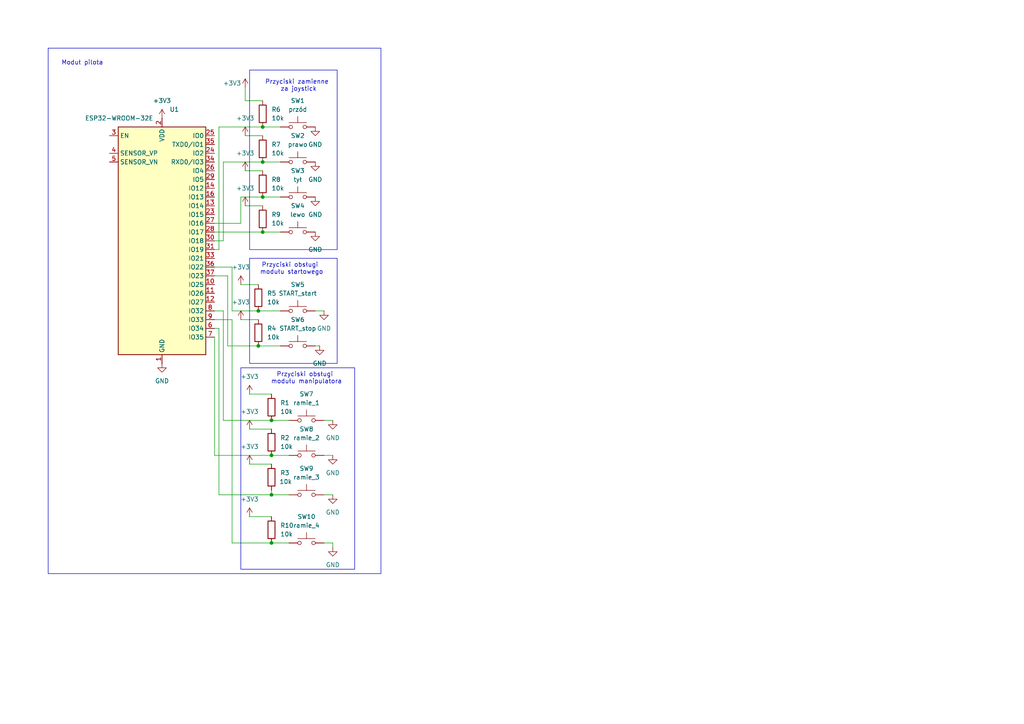
<source format=kicad_sch>
(kicad_sch (version 20231120) (generator "eeschema") (generator_version "8.0")
  (paper "A4")
  (lib_symbols
    (symbol "Device:R" (pin_numbers hide) (pin_names (offset 0))
      (property "Reference" "R" (at 2.032 0 90))
      (property "Value" "R" (at 0 0 90))
      (symbol "R_0_1"
        (rectangle (start -1.016 -2.54) (end 1.016 2.54) (stroke (width 0.254)))
      )
      (symbol "R_1_1"
        (pin passive line (at 0 3.81 270) (length 1.27) (name "~") (number "1"))
        (pin passive line (at 0 -3.81 90) (length 1.27) (name "~") (number "2"))
      )
    )
    (symbol "RF_Module:ESP32-WROOM-32E"
      (property "Reference" "U" (at -12.7 34.29 0))
      (property "Value" "ESP32-WROOM-32E" (at 1.27 34.29 0))
      (symbol "ESP32-WROOM-32E_0_1"
        (rectangle (start -12.7 33.02) (end 12.7 -33.02) (stroke (width 0.254)) (fill (type background)))
      )
      (symbol "ESP32-WROOM-32E_1_1"
        (pin power_in line (at 0 -35.56 90) (length 2.54) (name "GND") (number "1"))
        (pin bidirectional line (at 15.24 -12.7 180) (length 2.54) (name "IO25") (number "10"))
        (pin bidirectional line (at 15.24 -15.24 180) (length 2.54) (name "IO26") (number "11"))
        (pin bidirectional line (at 15.24 -17.78 180) (length 2.54) (name "IO27") (number "12"))
        (pin bidirectional line (at 15.24 10.16 180) (length 2.54) (name "IO14") (number "13"))
        (pin bidirectional line (at 15.24 15.24 180) (length 2.54) (name "IO12") (number "14"))
        (pin passive line (at 0 -35.56 90) (length 2.54) hide (name "GND") (number "15"))
        (pin bidirectional line (at 15.24 12.7 180) (length 2.54) (name "IO13") (number "16"))
        (pin no_connect line (at -12.7 -5.08 0) (length 2.54) hide (name "NC") (number "17"))
        (pin no_connect line (at -12.7 -7.62 0) (length 2.54) hide (name "NC") (number "18"))
        (pin no_connect line (at -12.7 -12.7 0) (length 2.54) hide (name "NC") (number "19"))
        (pin power_in line (at 0 35.56 270) (length 2.54) (name "VDD") (number "2"))
        (pin no_connect line (at -12.7 -10.16 0) (length 2.54) hide (name "NC") (number "20"))
        (pin no_connect line (at -12.7 0 0) (length 2.54) hide (name "NC") (number "21"))
        (pin no_connect line (at -12.7 -2.54 0) (length 2.54) hide (name "NC") (number "22"))
        (pin bidirectional line (at 15.24 7.62 180) (length 2.54) (name "IO15") (number "23"))
        (pin bidirectional line (at 15.24 25.4 180) (length 2.54) (name "IO2") (number "24"))
        (pin bidirectional line (at 15.24 30.48 180) (length 2.54) (name "IO0") (number "25"))
        (pin bidirectional line (at 15.24 20.32 180) (length 2.54) (name "IO4") (number "26"))
        (pin bidirectional line (at 15.24 5.08 180) (length 2.54) (name "IO16") (number "27"))
        (pin bidirectional line (at 15.24 2.54 180) (length 2.54) (name "IO17") (number "28"))
        (pin bidirectional line (at 15.24 17.78 180) (length 2.54) (name "IO5") (number "29"))
        (pin input line (at -15.24 30.48 0) (length 2.54) (name "EN") (number "3"))
        (pin bidirectional line (at 15.24 0 180) (length 2.54) (name "IO18") (number "30"))
        (pin bidirectional line (at 15.24 -2.54 180) (length 2.54) (name "IO19") (number "31"))
        (pin no_connect line (at -12.7 -27.94 0) (length 2.54) hide (name "NC") (number "32"))
        (pin bidirectional line (at 15.24 -5.08 180) (length 2.54) (name "IO21") (number "33"))
        (pin bidirectional line (at 15.24 22.86 180) (length 2.54) (name "RXD0/IO3") (number "34"))
        (pin bidirectional line (at 15.24 27.94 180) (length 2.54) (name "TXD0/IO1") (number "35"))
        (pin bidirectional line (at 15.24 -7.62 180) (length 2.54) (name "IO22") (number "36"))
        (pin bidirectional line (at 15.24 -10.16 180) (length 2.54) (name "IO23") (number "37"))
        (pin passive line (at 0 -35.56 90) (length 2.54) hide (name "GND") (number "38"))
        (pin passive line (at 0 -35.56 90) (length 2.54) hide (name "GND") (number "39"))
        (pin input line (at -15.24 25.4 0) (length 2.54) (name "SENSOR_VP") (number "4"))
        (pin input line (at -15.24 22.86 0) (length 2.54) (name "SENSOR_VN") (number "5"))
        (pin input line (at 15.24 -25.4 180) (length 2.54) (name "IO34") (number "6"))
        (pin input line (at 15.24 -27.94 180) (length 2.54) (name "IO35") (number "7"))
        (pin bidirectional line (at 15.24 -20.32 180) (length 2.54) (name "IO32") (number "8"))
        (pin bidirectional line (at 15.24 -22.86 180) (length 2.54) (name "IO33") (number "9"))
      )
    )
    (symbol "Switch:SW_MEC_5G" (pin_numbers hide) (pin_names (offset 1.016) hide)
      (property "Reference" "SW" (at 1.27 2.54 0))
      (property "Value" "SW_MEC_5G" (at 0 -1.524 0))
      (symbol "SW_MEC_5G_0_1"
        (circle (center -2.032 0) (radius 0.508))
        (polyline (pts (xy 0 1.27) (xy 0 3.048)))
        (polyline (pts (xy 2.54 1.27) (xy -2.54 1.27)))
        (circle (center 2.032 0) (radius 0.508))
        (pin passive line (at -5.08 0 0) (length 2.54) (name "A") (number "1"))
        (pin passive line (at 5.08 0 180) (length 2.54) (name "B") (number "3"))
      )
      (symbol "SW_MEC_5G_1_1"
        (pin passive line (at -5.08 0 0) (length 2.54) hide (name "A") (number "2"))
        (pin passive line (at 5.08 0 180) (length 2.54) hide (name "B") (number "4"))
      )
    )
    (symbol "power:+3V3" (power) (pin_numbers hide) (pin_names (offset 0) hide)
      (property "Value" "+3V3" (at 0 3.556 0))
      (symbol "+3V3_0_1"
        (polyline (pts (xy -0.762 1.27) (xy 0 2.54)))
        (polyline (pts (xy 0 0) (xy 0 2.54)))
        (polyline (pts (xy 0 2.54) (xy 0.762 1.27)))
      )
      (symbol "+3V3_1_1"
        (pin power_in line (at 0 0 90) (length 0) (name "~") (number "1"))
      )
    )
    (symbol "power:GND" (power) (pin_numbers hide) (pin_names (offset 0) hide)
      (property "Value" "GND" (at 0 -3.81 0))
      (symbol "GND_0_1"
        (polyline (pts (xy 0 0) (xy 0 -1.27) (xy 1.27 -1.27) (xy 0 -2.54) (xy -1.27 -1.27) (xy 0 -1.27)))
      )
      (symbol "GND_1_1"
        (pin power_in line (at 0 0 270) (length 0) (name "~") (number "1"))
      )
    )
  )
  (junction (at 78.74 157.48))
  (junction (at 76.2 67.31))
  (junction (at 78.74 121.92))
  (junction (at 76.2 36.83))
  (junction (at 78.74 143.51))
  (junction (at 76.2 57.15))
  (junction (at 74.93 90.17))
  (junction (at 74.93 100.33))
  (junction (at 78.74 132.08))
  (junction (at 76.2 46.99))
  (wire (pts (xy 71.12 59.69) (xy 76.2 59.69)))
  (wire (pts (xy 96.52 158.75) (xy 96.52 157.48)))
  (wire (pts (xy 69.85 92.71) (xy 74.93 92.71)))
  (wire (pts (xy 62.23 92.71) (xy 67.31 92.71)))
  (wire (pts (xy 71.12 49.53) (xy 76.2 49.53)))
  (wire (pts (xy 72.39 124.46) (xy 78.74 124.46)))
  (wire (pts (xy 62.23 80.01) (xy 66.04 80.01)))
  (wire (pts (xy 64.77 46.99) (xy 76.2 46.99)))
  (wire (pts (xy 63.5 95.25) (xy 63.5 143.51)))
  (wire (pts (xy 76.2 57.15) (xy 81.28 57.15)))
  (wire (pts (xy 62.23 77.47) (xy 67.31 77.47)))
  (wire (pts (xy 96.52 132.08) (xy 93.98 132.08)))
  (wire (pts (xy 76.2 46.99) (xy 81.28 46.99)))
  (wire (pts (xy 76.2 67.31) (xy 81.28 67.31)))
  (wire (pts (xy 62.23 132.08) (xy 78.74 132.08)))
  (wire (pts (xy 71.12 39.37) (xy 76.2 39.37)))
  (wire (pts (xy 69.85 82.55) (xy 74.93 82.55)))
  (wire (pts (xy 62.23 97.79) (xy 62.23 132.08)))
  (wire (pts (xy 69.85 57.15) (xy 76.2 57.15)))
  (wire (pts (xy 74.93 90.17) (xy 81.28 90.17)))
  (wire (pts (xy 67.31 92.71) (xy 67.31 157.48)))
  (wire (pts (xy 78.74 142.24) (xy 78.74 143.51)))
  (wire (pts (xy 93.98 143.51) (xy 96.52 143.51)))
  (wire (pts (xy 78.74 157.48) (xy 83.82 157.48)))
  (wire (pts (xy 71.12 29.21) (xy 76.2 29.21)))
  (wire (pts (xy 74.93 100.33) (xy 81.28 100.33)))
  (wire (pts (xy 69.85 64.77) (xy 69.85 57.15)))
  (wire (pts (xy 64.77 121.92) (xy 64.77 90.17)))
  (wire (pts (xy 62.23 67.31) (xy 76.2 67.31)))
  (wire (pts (xy 63.5 143.51) (xy 78.74 143.51)))
  (wire (pts (xy 72.39 134.62) (xy 78.74 134.62)))
  (wire (pts (xy 63.5 72.39) (xy 63.5 36.83)))
  (wire (pts (xy 93.98 90.17) (xy 91.44 90.17)))
  (wire (pts (xy 92.71 100.33) (xy 91.44 100.33)))
  (wire (pts (xy 63.5 36.83) (xy 76.2 36.83)))
  (wire (pts (xy 72.39 149.86) (xy 78.74 149.86)))
  (wire (pts (xy 96.52 157.48) (xy 93.98 157.48)))
  (wire (pts (xy 76.2 36.83) (xy 81.28 36.83)))
  (wire (pts (xy 62.23 72.39) (xy 63.5 72.39)))
  (wire (pts (xy 67.31 90.17) (xy 74.93 90.17)))
  (wire (pts (xy 64.77 90.17) (xy 62.23 90.17)))
  (wire (pts (xy 78.74 143.51) (xy 83.82 143.51)))
  (wire (pts (xy 78.74 132.08) (xy 83.82 132.08)))
  (wire (pts (xy 78.74 121.92) (xy 83.82 121.92)))
  (wire (pts (xy 96.52 121.92) (xy 93.98 121.92)))
  (wire (pts (xy 64.77 69.85) (xy 64.77 46.99)))
  (wire (pts (xy 67.31 157.48) (xy 78.74 157.48)))
  (wire (pts (xy 67.31 77.47) (xy 67.31 90.17)))
  (wire (pts (xy 62.23 95.25) (xy 63.5 95.25)))
  (wire (pts (xy 62.23 69.85) (xy 64.77 69.85)))
  (wire (pts (xy 64.77 121.92) (xy 78.74 121.92)))
  (wire (pts (xy 62.23 64.77) (xy 69.85 64.77)))
  (wire (pts (xy 66.04 100.33) (xy 74.93 100.33)))
  (wire (pts (xy 72.39 114.3) (xy 78.74 114.3)))
  (wire (pts (xy 71.12 25.4) (xy 71.12 29.21)))
  (wire (pts (xy 66.04 80.01) (xy 66.04 100.33)))
  (rectangle (start 13.97 13.97) (end 110.49 166.37))
  (rectangle (start 72.39 20.32) (end 97.79 72.39))
  (rectangle (start 69.85 106.68) (end 102.87 165.1))
  (rectangle (start 72.39 74.93) (end 97.79 105.41))
  (text "Moduł pilota" (at 23.876 18.288 0) (effects (font (size 1.27 1.27))))
  (text "Przyciski zamienne \nza joystick\n" (at 86.614 24.892 0) (effects (font (size 1.27 1.27))))
  (text "Przyciski obsługi \nmodułu startowego\n" (at 84.582 77.978 0) (effects (font (size 1.27 1.27))))
  (text "Przyciski obsługi \nmodułu manipulatora\n" (at 88.9 109.728 0) (effects (font (size 1.27 1.27))))
  (symbol (lib_id "power:GND") (at 91.44 46.99 0) (unit 1)
    (property "Reference" "#PWR010" (effects (hide yes)))
    (property "Value" "GND" (at 91.44 52.07 0))
    (property "Description" "Power symbol creates a global label with name \"GND\" , ground" (effects (hide yes)))
  )
  (symbol (lib_id "Switch:SW_MEC_5G") (at 86.36 67.31 0) (unit 1)
    (property "Reference" "SW4" (at 86.36 59.69 0))
    (property "Value" "lewo" (at 86.36 62.23 0))
    (property "Footprint" "Button_Switch_THT:SW_PUSH_6mm_H5mm" (effects (hide yes)))
    (property "Datasheet" "http://www.apem.com/int/index.php?controller=attachment&id_attachment=488" (effects (hide yes)))
    (property "Description" "MEC 5G single pole normally-open tactile switch" (effects (hide yes)))
  )
  (symbol (lib_id "Switch:SW_MEC_5G") (at 86.36 36.83 0) (unit 1)
    (property "Reference" "SW1" (at 86.36 29.21 0))
    (property "Value" "przód" (at 86.36 31.75 0))
    (property "Footprint" "Button_Switch_THT:SW_PUSH_6mm_H5mm" (effects (hide yes)))
    (property "Datasheet" "http://www.apem.com/int/index.php?controller=attachment&id_attachment=488" (effects (hide yes)))
    (property "Description" "MEC 5G single pole normally-open tactile switch" (effects (hide yes)))
  )
  (symbol (lib_id "Device:R") (at 78.74 153.67 0) (unit 1)
    (property "Reference" "R10" (at 81.28 152.3999 0) (effects (justify left)))
    (property "Value" "10k" (at 81.28 154.9399 0) (effects (justify left)))
    (property "Footprint" "Resistor_THT:R_Axial_DIN0204_L3.6mm_D1.6mm_P7.62mm_Horizontal" (effects (hide yes)))
    (property "Description" "Resistor" (effects (hide yes)))
  )
  (symbol (lib_id "power:+3V3") (at 69.85 92.71 0) (unit 1)
    (property "Reference" "#PWR020" (effects (hide yes)))
    (property "Value" "+3V3" (at 69.85 87.63 0))
    (property "Description" "Power symbol creates a global label with name \"+3V3\"" (effects (hide yes)))
  )
  (symbol (lib_id "power:GND") (at 96.52 143.51 0) (unit 1)
    (property "Reference" "#PWR03" (effects (hide yes)))
    (property "Value" "GND" (at 96.52 148.59 0))
    (property "Description" "Power symbol creates a global label with name \"GND\" , ground" (effects (hide yes)))
  )
  (symbol (lib_id "Device:R") (at 76.2 43.18 0) (unit 1)
    (property "Reference" "R7" (at 78.74 41.9099 0) (effects (justify left)))
    (property "Value" "10k" (at 78.74 44.4499 0) (effects (justify left)))
    (property "Footprint" "Resistor_THT:R_Axial_DIN0204_L3.6mm_D1.6mm_P7.62mm_Horizontal" (effects (hide yes)))
    (property "Description" "Resistor" (effects (hide yes)))
  )
  (symbol (lib_id "Device:R") (at 78.74 118.11 0) (unit 1)
    (property "Reference" "R1" (at 81.28 116.8399 0) (effects (justify left)))
    (property "Value" "10k" (at 81.28 119.3799 0) (effects (justify left)))
    (property "Footprint" "Resistor_THT:R_Axial_DIN0204_L3.6mm_D1.6mm_P7.62mm_Horizontal" (effects (hide yes)))
    (property "Description" "Resistor" (effects (hide yes)))
  )
  (symbol (lib_id "power:+3V3") (at 72.39 114.3 0) (unit 1)
    (property "Reference" "#PWR06" (effects (hide yes)))
    (property "Value" "+3V3" (at 72.39 109.22 0))
    (property "Description" "Power symbol creates a global label with name \"+3V3\"" (effects (hide yes)))
  )
  (symbol (lib_id "power:GND") (at 92.71 100.33 0) (unit 1)
    (property "Reference" "#PWR013" (effects (hide yes)))
    (property "Value" "GND" (at 92.71 105.41 0))
    (property "Description" "Power symbol creates a global label with name \"GND\" , ground" (effects (hide yes)))
  )
  (symbol (lib_id "Switch:SW_MEC_5G") (at 88.9 157.48 0) (unit 1)
    (property "Reference" "SW10" (at 88.9 149.86 0))
    (property "Value" "ramie_4" (at 88.9 152.4 0))
    (property "Footprint" "Button_Switch_THT:SW_PUSH_6mm_H5mm" (effects (hide yes)))
    (property "Datasheet" "http://www.apem.com/int/index.php?controller=attachment&id_attachment=488" (effects (hide yes)))
    (property "Description" "MEC 5G single pole normally-open tactile switch" (effects (hide yes)))
  )
  (symbol (lib_id "RF_Module:ESP32-WROOM-32E") (at 46.99 69.85 0) (unit 1)
    (property "Reference" "U1" (at 49.1841 31.75 0) (effects (justify left)))
    (property "Value" "ESP32-WROOM-32E" (at 24.638 34.29 0) (effects (justify left)))
    (property "Footprint" "RF_Module:ESP32-WROOM-32D" (effects (hide yes)))
    (property "Datasheet" "https://www.espressif.com/sites/default/files/documentation/esp32-wroom-32e_esp32-wroom-32ue_datasheet_en.pdf" (effects (hide yes)))
    (property "Description" "RF Module, ESP32-D0WD-V3 SoC, without PSRAM, Wi-Fi 802.11b/g/n, Bluetooth, BLE, 32-bit, 2.7-3.6V, onboard antenna, SMD" (effects (hide yes)))
  )
  (symbol (lib_id "power:GND") (at 93.98 90.17 0) (unit 1)
    (property "Reference" "#PWR012" (effects (hide yes)))
    (property "Value" "GND" (at 93.98 95.25 0))
    (property "Description" "Power symbol creates a global label with name \"GND\" , ground" (effects (hide yes)))
  )
  (symbol (lib_id "Switch:SW_MEC_5G") (at 86.36 46.99 0) (unit 1)
    (property "Reference" "SW2" (at 86.36 39.37 0))
    (property "Value" "prawo" (at 86.36 41.91 0))
    (property "Footprint" "Button_Switch_THT:SW_PUSH_6mm_H5mm" (effects (hide yes)))
    (property "Datasheet" "http://www.apem.com/int/index.php?controller=attachment&id_attachment=488" (effects (hide yes)))
    (property "Description" "MEC 5G single pole normally-open tactile switch" (effects (hide yes)))
  )
  (symbol (lib_id "Switch:SW_MEC_5G") (at 86.36 57.15 0) (unit 1)
    (property "Reference" "SW3" (at 86.36 49.53 0))
    (property "Value" "tył" (at 86.36 52.07 0))
    (property "Footprint" "Button_Switch_THT:SW_PUSH_6mm_H5mm" (effects (hide yes)))
    (property "Datasheet" "http://www.apem.com/int/index.php?controller=attachment&id_attachment=488" (effects (hide yes)))
    (property "Description" "MEC 5G single pole normally-open tactile switch" (effects (hide yes)))
  )
  (symbol (lib_id "Switch:SW_MEC_5G") (at 86.36 100.33 0) (unit 1)
    (property "Reference" "SW6" (at 86.36 92.71 0))
    (property "Value" "START_stop" (at 86.36 95.25 0))
    (property "Footprint" "Button_Switch_THT:SW_PUSH_6mm_H5mm" (effects (hide yes)))
    (property "Datasheet" "http://www.apem.com/int/index.php?controller=attachment&id_attachment=488" (effects (hide yes)))
    (property "Description" "MEC 5G single pole normally-open tactile switch" (effects (hide yes)))
  )
  (symbol (lib_id "power:+3V3") (at 72.39 134.62 0) (unit 1)
    (property "Reference" "#PWR015" (effects (hide yes)))
    (property "Value" "+3V3" (at 72.39 129.54 0))
    (property "Description" "Power symbol creates a global label with name \"+3V3\"" (effects (hide yes)))
  )
  (symbol (lib_id "Device:R") (at 74.93 86.36 0) (unit 1)
    (property "Reference" "R5" (at 77.47 85.0899 0) (effects (justify left)))
    (property "Value" "10k" (at 77.47 87.6299 0) (effects (justify left)))
    (property "Footprint" "Resistor_THT:R_Axial_DIN0204_L3.6mm_D1.6mm_P7.62mm_Horizontal" (effects (hide yes)))
    (property "Description" "Resistor" (effects (hide yes)))
  )
  (symbol (lib_id "Device:R") (at 74.93 96.52 0) (unit 1)
    (property "Reference" "R4" (at 77.47 95.2499 0) (effects (justify left)))
    (property "Value" "10k" (at 77.47 97.7899 0) (effects (justify left)))
    (property "Footprint" "Resistor_THT:R_Axial_DIN0204_L3.6mm_D1.6mm_P7.62mm_Horizontal" (effects (hide yes)))
    (property "Description" "Resistor" (effects (hide yes)))
  )
  (symbol (lib_id "power:+3V3") (at 71.12 49.53 0) (unit 1)
    (property "Reference" "#PWR018" (effects (hide yes)))
    (property "Value" "+3V3" (at 71.12 44.45 0))
    (property "Description" "Power symbol creates a global label with name \"+3V3\"" (effects (hide yes)))
  )
  (symbol (lib_id "Switch:SW_MEC_5G") (at 88.9 143.51 0) (unit 1)
    (property "Reference" "SW9" (at 88.9 135.89 0))
    (property "Value" "ramie_3" (at 88.9 138.43 0))
    (property "Footprint" "Button_Switch_THT:SW_PUSH_6mm_H5mm" (effects (hide yes)))
    (property "Datasheet" "http://www.apem.com/int/index.php?controller=attachment&id_attachment=488" (effects (hide yes)))
    (property "Description" "MEC 5G single pole normally-open tactile switch" (effects (hide yes)))
  )
  (symbol (lib_id "Device:R") (at 76.2 33.02 0) (unit 1)
    (property "Reference" "R6" (at 78.74 31.7499 0) (effects (justify left)))
    (property "Value" "10k" (at 78.74 34.2899 0) (effects (justify left)))
    (property "Footprint" "Resistor_THT:R_Axial_DIN0204_L3.6mm_D1.6mm_P7.62mm_Horizontal" (effects (hide yes)))
    (property "Description" "Resistor" (effects (hide yes)))
  )
  (symbol (lib_id "power:GND") (at 46.99 105.41 0) (unit 1)
    (property "Reference" "#PWR01" (effects (hide yes)))
    (property "Value" "GND" (at 46.99 110.49 0))
    (property "Description" "Power symbol creates a global label with name \"GND\" , ground" (effects (hide yes)))
  )
  (symbol (lib_id "power:GND") (at 96.52 132.08 0) (unit 1)
    (property "Reference" "#PWR04" (effects (hide yes)))
    (property "Value" "GND" (at 96.52 137.16 0))
    (property "Description" "Power symbol creates a global label with name \"GND\" , ground" (effects (hide yes)))
  )
  (symbol (lib_id "power:+3V3") (at 71.12 25.4 0) (unit 1)
    (property "Reference" "#PWR014" (effects (hide yes)))
    (property "Value" "+3V3" (at 67.31 24.13 0))
    (property "Description" "Power symbol creates a global label with name \"+3V3\"" (effects (hide yes)))
  )
  (symbol (lib_id "Switch:SW_MEC_5G") (at 88.9 132.08 0) (unit 1)
    (property "Reference" "SW8" (at 88.9 124.46 0))
    (property "Value" "ramie_2" (at 88.9 127 0))
    (property "Footprint" "Button_Switch_THT:SW_PUSH_6mm_H5mm" (effects (hide yes)))
    (property "Datasheet" "http://www.apem.com/int/index.php?controller=attachment&id_attachment=488" (effects (hide yes)))
    (property "Description" "MEC 5G single pole normally-open tactile switch" (effects (hide yes)))
  )
  (symbol (lib_id "power:+3V3") (at 72.39 149.86 0) (unit 1)
    (property "Reference" "#PWR021" (effects (hide yes)))
    (property "Value" "+3V3" (at 72.39 144.78 0))
    (property "Description" "Power symbol creates a global label with name \"+3V3\"" (effects (hide yes)))
  )
  (symbol (lib_id "power:+3V3") (at 46.99 34.29 0) (unit 1)
    (property "Reference" "#PWR02" (effects (hide yes)))
    (property "Value" "+3V3" (at 46.99 29.21 0))
    (property "Description" "Power symbol creates a global label with name \"+3V3\"" (effects (hide yes)))
  )
  (symbol (lib_id "Switch:SW_MEC_5G") (at 88.9 121.92 0) (unit 1)
    (property "Reference" "SW7" (at 88.9 114.3 0))
    (property "Value" "ramie_1" (at 88.9 116.84 0))
    (property "Footprint" "Button_Switch_THT:SW_PUSH_6mm_H5mm" (effects (hide yes)))
    (property "Datasheet" "http://www.apem.com/int/index.php?controller=attachment&id_attachment=488" (effects (hide yes)))
    (property "Description" "MEC 5G single pole normally-open tactile switch" (effects (hide yes)))
  )
  (symbol (lib_id "power:GND") (at 91.44 67.31 0) (unit 1)
    (property "Reference" "#PWR08" (effects (hide yes)))
    (property "Value" "GND" (at 91.44 72.39 0))
    (property "Description" "Power symbol creates a global label with name \"GND\" , ground" (effects (hide yes)))
  )
  (symbol (lib_id "power:GND") (at 91.44 36.83 0) (unit 1)
    (property "Reference" "#PWR011" (effects (hide yes)))
    (property "Value" "GND" (at 91.44 41.91 0))
    (property "Description" "Power symbol creates a global label with name \"GND\" , ground" (effects (hide yes)))
  )
  (symbol (lib_id "Device:R") (at 78.74 138.43 0) (unit 1)
    (property "Reference" "R3" (at 81.28 137.1599 0) (effects (justify left)))
    (property "Value" "10k" (at 81.026 139.7 0) (effects (justify left)))
    (property "Footprint" "Resistor_THT:R_Axial_DIN0204_L3.6mm_D1.6mm_P7.62mm_Horizontal" (effects (hide yes)))
    (property "Description" "Resistor" (effects (hide yes)))
  )
  (symbol (lib_id "Device:R") (at 76.2 63.5 0) (unit 1)
    (property "Reference" "R9" (at 78.74 62.2299 0) (effects (justify left)))
    (property "Value" "10k" (at 78.74 64.7699 0) (effects (justify left)))
    (property "Footprint" "Resistor_THT:R_Axial_DIN0204_L3.6mm_D1.6mm_P7.62mm_Horizontal" (effects (hide yes)))
    (property "Description" "Resistor" (effects (hide yes)))
  )
  (symbol (lib_id "power:GND") (at 91.44 57.15 0) (unit 1)
    (property "Reference" "#PWR09" (effects (hide yes)))
    (property "Value" "GND" (at 91.44 62.23 0))
    (property "Description" "Power symbol creates a global label with name \"GND\" , ground" (effects (hide yes)))
  )
  (symbol (lib_id "power:+3V3") (at 72.39 124.46 0) (unit 1)
    (property "Reference" "#PWR016" (effects (hide yes)))
    (property "Value" "+3V3" (at 72.39 119.38 0))
    (property "Description" "Power symbol creates a global label with name \"+3V3\"" (effects (hide yes)))
  )
  (symbol (lib_id "power:GND") (at 96.52 158.75 0) (unit 1)
    (property "Reference" "#PWR022" (effects (hide yes)))
    (property "Value" "GND" (at 96.52 163.83 0))
    (property "Description" "Power symbol creates a global label with name \"GND\" , ground" (effects (hide yes)))
  )
  (symbol (lib_id "power:GND") (at 96.52 121.92 0) (unit 1)
    (property "Reference" "#PWR05" (effects (hide yes)))
    (property "Value" "GND" (at 96.52 127 0))
    (property "Description" "Power symbol creates a global label with name \"GND\" , ground" (effects (hide yes)))
  )
  (symbol (lib_id "power:+3V3") (at 69.85 82.55 0) (unit 1)
    (property "Reference" "#PWR07" (effects (hide yes)))
    (property "Value" "+3V3" (at 69.85 77.47 0))
    (property "Description" "Power symbol creates a global label with name \"+3V3\"" (effects (hide yes)))
  )
  (symbol (lib_id "power:+3V3") (at 71.12 39.37 0) (unit 1)
    (property "Reference" "#PWR017" (effects (hide yes)))
    (property "Value" "+3V3" (at 71.12 34.29 0))
    (property "Description" "Power symbol creates a global label with name \"+3V3\"" (effects (hide yes)))
  )
  (symbol (lib_id "power:+3V3") (at 71.12 59.69 0) (unit 1)
    (property "Reference" "#PWR019" (effects (hide yes)))
    (property "Value" "+3V3" (at 71.12 54.61 0))
    (property "Description" "Power symbol creates a global label with name \"+3V3\"" (effects (hide yes)))
  )
  (symbol (lib_id "Device:R") (at 78.74 128.27 0) (unit 1)
    (property "Reference" "R2" (at 81.28 126.9999 0) (effects (justify left)))
    (property "Value" "10k" (at 81.28 129.5399 0) (effects (justify left)))
    (property "Footprint" "Resistor_THT:R_Axial_DIN0204_L3.6mm_D1.6mm_P7.62mm_Horizontal" (effects (hide yes)))
    (property "Description" "Resistor" (effects (hide yes)))
  )
  (symbol (lib_id "Switch:SW_MEC_5G") (at 86.36 90.17 0) (unit 1)
    (property "Reference" "SW5" (at 86.36 82.55 0))
    (property "Value" "START_start" (at 86.36 85.09 0))
    (property "Footprint" "Button_Switch_THT:SW_PUSH_6mm_H5mm" (effects (hide yes)))
    (property "Datasheet" "http://www.apem.com/int/index.php?controller=attachment&id_attachment=488" (effects (hide yes)))
    (property "Description" "MEC 5G single pole normally-open tactile switch" (effects (hide yes)))
  )
  (symbol (lib_id "Device:R") (at 76.2 53.34 0) (unit 1)
    (property "Reference" "R8" (at 78.74 52.0699 0) (effects (justify left)))
    (property "Value" "10k" (at 78.74 54.6099 0) (effects (justify left)))
    (property "Footprint" "Resistor_THT:R_Axial_DIN0204_L3.6mm_D1.6mm_P7.62mm_Horizontal" (effects (hide yes)))
    (property "Description" "Resistor" (effects (hide yes)))
  )
)
</source>
